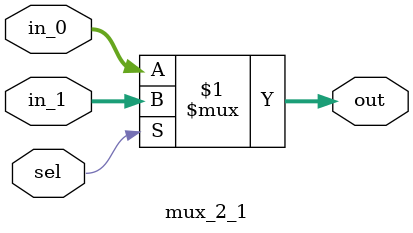
<source format=sv>
module mux_2_1 #(
    parameter n = 64
) (
    input  logic [n - 1:0] in_0,
    input  logic [n - 1:0] in_1,
    input  logic           sel,
    output logic [n - 1:0] out
);

    assign out = sel ? in_1 : in_0;
endmodule

</source>
